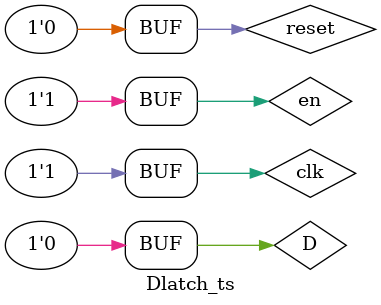
<source format=sv>
`timescale 1ns / 1ps


module Dlatch_ts;

logic reset,clk,en,D,Q1,Q2 ; 

DLatch dl(D,clk,en,reset, Q1,Q2);


initial begin 
en =1; reset=0 ; D =1; clk=0;
#5
en =1; reset=0 ; D =0; clk=0;
#5
en =0; reset=0 ; D =1;clk=~clk ; 
#5
en =0; reset=1 ; D =0; clk=~clk ; 
#5
en =1; reset=0 ; D =1;clk=~clk ;
#5
en =1; reset=0 ; D =1;clk=~clk ;
#5
en =1; reset=0 ; D =0;clk=~clk ;



end    
    
endmodule
</source>
